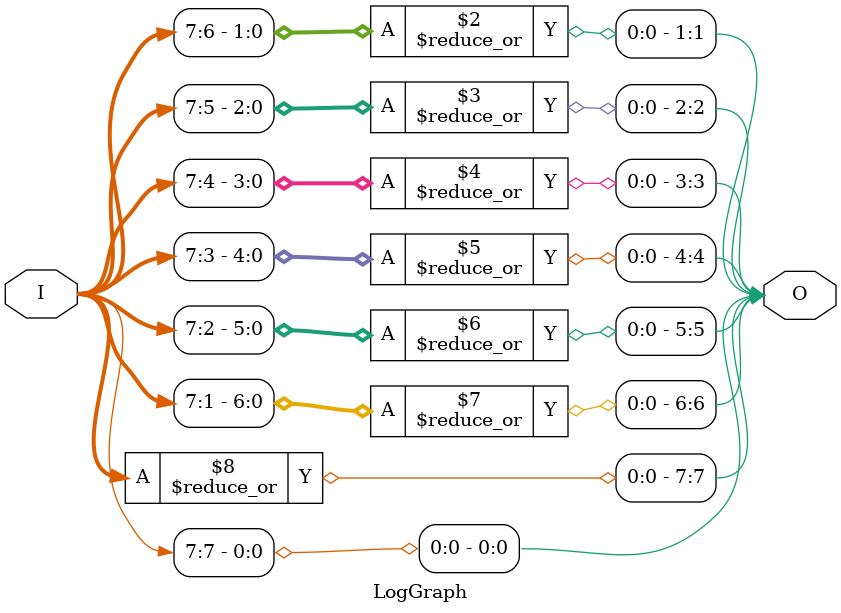
<source format=v>
module LogGraph (
    I,
    O
);
    input  [7:0] I;
    output [7:0] O;

    genvar i;
    generate 
      for(i=0; i<8; i=i+1) begin:lights
        assign O[i] = |{I[7:7-i]};
      end
    endgenerate

endmodule

</source>
